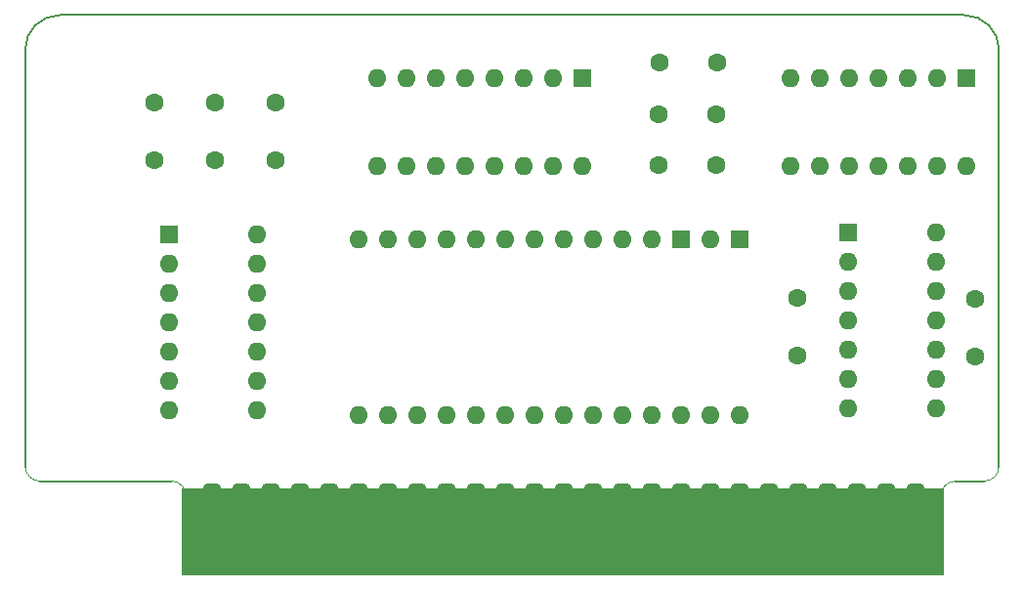
<source format=gbs>
G04 #@! TF.GenerationSoftware,KiCad,Pcbnew,(7.0.0-0)*
G04 #@! TF.CreationDate,2024-03-05T23:33:03+09:00*
G04 #@! TF.ProjectId,Grappler_Minus_Keros_alldip_GH_1.4,47726170-706c-4657-925f-4d696e75735f,3*
G04 #@! TF.SameCoordinates,Original*
G04 #@! TF.FileFunction,Soldermask,Bot*
G04 #@! TF.FilePolarity,Negative*
%FSLAX46Y46*%
G04 Gerber Fmt 4.6, Leading zero omitted, Abs format (unit mm)*
G04 Created by KiCad (PCBNEW (7.0.0-0)) date 2024-03-05 23:33:03*
%MOMM*%
%LPD*%
G01*
G04 APERTURE LIST*
G04 Aperture macros list*
%AMRoundRect*
0 Rectangle with rounded corners*
0 $1 Rounding radius*
0 $2 $3 $4 $5 $6 $7 $8 $9 X,Y pos of 4 corners*
0 Add a 4 corners polygon primitive as box body*
4,1,4,$2,$3,$4,$5,$6,$7,$8,$9,$2,$3,0*
0 Add four circle primitives for the rounded corners*
1,1,$1+$1,$2,$3*
1,1,$1+$1,$4,$5*
1,1,$1+$1,$6,$7*
1,1,$1+$1,$8,$9*
0 Add four rect primitives between the rounded corners*
20,1,$1+$1,$2,$3,$4,$5,0*
20,1,$1+$1,$4,$5,$6,$7,0*
20,1,$1+$1,$6,$7,$8,$9,0*
20,1,$1+$1,$8,$9,$2,$3,0*%
G04 Aperture macros list end*
%ADD10C,0.050000*%
%ADD11R,1.600000X1.600000*%
%ADD12O,1.600000X1.600000*%
%ADD13C,1.600000*%
%ADD14RoundRect,0.381000X0.381000X3.175000X-0.381000X3.175000X-0.381000X-3.175000X0.381000X-3.175000X0*%
G04 #@! TA.AperFunction,Profile*
%ADD15C,0.100000*%
G04 #@! TD*
G04 #@! TA.AperFunction,Profile*
%ADD16C,0.150000*%
G04 #@! TD*
G04 APERTURE END LIST*
D10*
X110480184Y-125379023D02*
X176470184Y-125379023D01*
X176470184Y-125379023D02*
X176470184Y-132872023D01*
X176470184Y-132872023D02*
X110480184Y-132872023D01*
X110480184Y-132872023D02*
X110480184Y-125379023D01*
G36*
X110480184Y-125379023D02*
G01*
X176470184Y-125379023D01*
X176470184Y-132872023D01*
X110480184Y-132872023D01*
X110480184Y-125379023D01*
G37*
D11*
X145225183Y-89824022D03*
D12*
X142685183Y-89824022D03*
X140145183Y-89824022D03*
X137605183Y-89824022D03*
X135065183Y-89824022D03*
X132525183Y-89824022D03*
X129985183Y-89824022D03*
X127445183Y-89824022D03*
X127445183Y-97444022D03*
X129985183Y-97444022D03*
X132525183Y-97444022D03*
X135065183Y-97444022D03*
X137605183Y-97444022D03*
X140145183Y-97444022D03*
X142685183Y-97444022D03*
X145225183Y-97444022D03*
D13*
X118565184Y-96954023D03*
X118565184Y-91954023D03*
X108135184Y-96954023D03*
X108135184Y-91954023D03*
D14*
X174025184Y-128554023D03*
X171485184Y-128554023D03*
X168945184Y-128554023D03*
X166405184Y-128554023D03*
X163865184Y-128554023D03*
X161325184Y-128554023D03*
X158785184Y-128554023D03*
X156245184Y-128554023D03*
X153705184Y-128554023D03*
X151165184Y-128554023D03*
X148625184Y-128554023D03*
X146085184Y-128554023D03*
X143545184Y-128554023D03*
X141005184Y-128554023D03*
X138465184Y-128554023D03*
X135925184Y-128554023D03*
X133385184Y-128554023D03*
X130845184Y-128554023D03*
X128305184Y-128554023D03*
X125765184Y-128554023D03*
X123225184Y-128554023D03*
X120685184Y-128554023D03*
X118145184Y-128554023D03*
X115605184Y-128554023D03*
X113065184Y-128554023D03*
D11*
X109335183Y-103414022D03*
D12*
X109335183Y-105954022D03*
X109335183Y-108494022D03*
X109335183Y-111034022D03*
X109335183Y-113574022D03*
X109335183Y-116114022D03*
X109335183Y-118654022D03*
X116955183Y-118654022D03*
X116955183Y-116114022D03*
X116955183Y-113574022D03*
X116955183Y-111034022D03*
X116955183Y-108494022D03*
X116955183Y-105954022D03*
X116955183Y-103414022D03*
D13*
X179235184Y-108944023D03*
X179235184Y-113944023D03*
D11*
X153715183Y-103809022D03*
D12*
X151175183Y-103809022D03*
X148635183Y-103809022D03*
X146095183Y-103809022D03*
X143555183Y-103809022D03*
X141015183Y-103809022D03*
X138475183Y-103809022D03*
X135935183Y-103809022D03*
X133395183Y-103809022D03*
X130855183Y-103809022D03*
X128315183Y-103809022D03*
X125775183Y-103809022D03*
X125775183Y-119049022D03*
X128315183Y-119049022D03*
X130855183Y-119049022D03*
X133395183Y-119049022D03*
X135935183Y-119049022D03*
X138475183Y-119049022D03*
X141015183Y-119049022D03*
X143555183Y-119049022D03*
X146095183Y-119049022D03*
X148635183Y-119049022D03*
X151175183Y-119049022D03*
X153715183Y-119049022D03*
D13*
X151885184Y-88454023D03*
X156885184Y-88454023D03*
X113345184Y-91984023D03*
X113345184Y-96984023D03*
D11*
X168193183Y-103174022D03*
D12*
X168193183Y-105714022D03*
X168193183Y-108254022D03*
X168193183Y-110794022D03*
X168193183Y-113334022D03*
X168193183Y-115874022D03*
X168193183Y-118414022D03*
X175813183Y-118414022D03*
X175813183Y-115874022D03*
X175813183Y-113334022D03*
X175813183Y-110794022D03*
X175813183Y-108254022D03*
X175813183Y-105714022D03*
X175813183Y-103174022D03*
D13*
X163855184Y-113874023D03*
X151815184Y-97394023D03*
X156815184Y-97394023D03*
D11*
X158795183Y-103809022D03*
D12*
X156255183Y-103809022D03*
X153715183Y-103809022D03*
X151175183Y-103809022D03*
X148635183Y-103809022D03*
X146095183Y-103809022D03*
X143555183Y-103809022D03*
X141015183Y-103809022D03*
X138475183Y-103809022D03*
X135935183Y-103809022D03*
X133395183Y-103809022D03*
X130855183Y-103809022D03*
X128315183Y-103809022D03*
X125775183Y-103809022D03*
X125775183Y-119049022D03*
X128315183Y-119049022D03*
X130855183Y-119049022D03*
X133395183Y-119049022D03*
X135935183Y-119049022D03*
X138475183Y-119049022D03*
X141015183Y-119049022D03*
X143555183Y-119049022D03*
X146095183Y-119049022D03*
X148635183Y-119049022D03*
X151175183Y-119049022D03*
X153715183Y-119049022D03*
X156255183Y-119049022D03*
X158795183Y-119049022D03*
D13*
X151765184Y-93004023D03*
X156765184Y-93004023D03*
D11*
X178480183Y-89839022D03*
D12*
X175940183Y-89839022D03*
X173400183Y-89839022D03*
X170860183Y-89839022D03*
X168320183Y-89839022D03*
X165780183Y-89839022D03*
X163240183Y-89839022D03*
X163240183Y-97459022D03*
X165780183Y-97459022D03*
X168320183Y-97459022D03*
X170860183Y-97459022D03*
X173400183Y-97459022D03*
X175940183Y-97459022D03*
X178480183Y-97459022D03*
D13*
X163855184Y-108874023D03*
X163855184Y-113874023D03*
D15*
X180013184Y-124768984D02*
G75*
G03*
X181283184Y-123499023I16J1269984D01*
G01*
D16*
X96915184Y-123494023D02*
X96915184Y-87344023D01*
X181283184Y-123499023D02*
X181287184Y-87349023D01*
X109582684Y-124764023D02*
X98185184Y-124764023D01*
D15*
X176257684Y-131749023D02*
X175622684Y-132384023D01*
X175622684Y-132384023D02*
X111487684Y-132384023D01*
D16*
X180013184Y-124769023D02*
X177527684Y-124764023D01*
D15*
X96915177Y-123494023D02*
G75*
G03*
X98185184Y-124764023I1270023J23D01*
G01*
X176257684Y-126034023D02*
X176257684Y-131749023D01*
X110852677Y-126034023D02*
G75*
G03*
X109582684Y-124764023I-1269977J23D01*
G01*
D16*
X181287177Y-87349023D02*
G75*
G03*
X178307184Y-84369023I-2979977J23D01*
G01*
X99895184Y-84363984D02*
G75*
G03*
X96915184Y-87344023I16J-2980016D01*
G01*
X99895184Y-84364023D02*
X178307184Y-84369023D01*
D15*
X177527684Y-124763984D02*
G75*
G03*
X176257684Y-126034023I16J-1270016D01*
G01*
X110852684Y-126034023D02*
X110852684Y-131749023D01*
X110852684Y-131749023D02*
X111487684Y-132384023D01*
M02*

</source>
